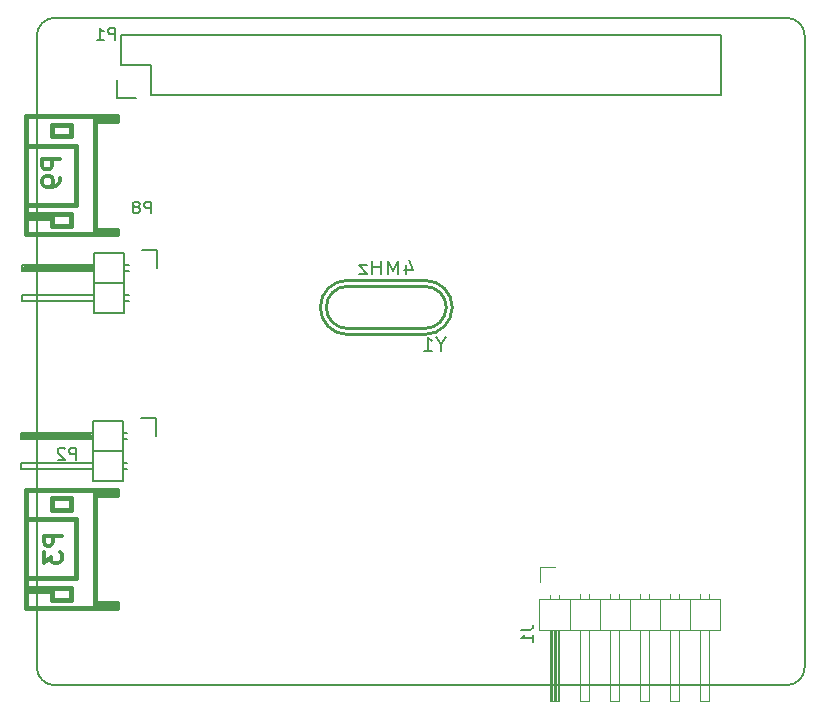
<source format=gbo>
G04 #@! TF.FileFunction,Legend,Bot*
%FSLAX46Y46*%
G04 Gerber Fmt 4.6, Leading zero omitted, Abs format (unit mm)*
G04 Created by KiCad (PCBNEW 4.0.2+dfsg1-stable) date Mi 10 Jan 2018 14:32:24 CET*
%MOMM*%
G01*
G04 APERTURE LIST*
%ADD10C,0.100000*%
%ADD11C,0.150000*%
%ADD12C,0.254000*%
%ADD13C,0.381000*%
%ADD14C,0.120000*%
%ADD15C,0.152400*%
%ADD16C,0.304800*%
G04 APERTURE END LIST*
D10*
D11*
X129500000Y-71500000D02*
X191500000Y-71500000D01*
X128000000Y-126500000D02*
X128000000Y-73000000D01*
X191500000Y-128000000D02*
X129500000Y-128000000D01*
X193000000Y-73000000D02*
X193000000Y-126500000D01*
X129500000Y-71500000D02*
G75*
G03X128000000Y-73000000I0J-1500000D01*
G01*
X128000000Y-126500000D02*
G75*
G03X129500000Y-128000000I1500000J0D01*
G01*
X191500000Y-128000000D02*
G75*
G03X193000000Y-126500000I0J1500000D01*
G01*
X193000000Y-73000000D02*
G75*
G03X191500000Y-71500000I-1500000J0D01*
G01*
D12*
X163169600Y-96012000D02*
G75*
G02X160883600Y-98298000I-2286000J0D01*
G01*
X154279600Y-94234000D02*
X160883600Y-94234000D01*
X160883600Y-97790000D02*
X154279600Y-97790000D01*
X160883600Y-94234000D02*
G75*
G02X162661600Y-96012000I0J-1778000D01*
G01*
X162661600Y-96012000D02*
G75*
G02X160883600Y-97790000I-1778000J0D01*
G01*
X152501600Y-96012000D02*
G75*
G02X154279600Y-94234000I1778000J0D01*
G01*
X154279600Y-97790000D02*
G75*
G02X152501600Y-96012000I0J1778000D01*
G01*
X160883600Y-93726000D02*
G75*
G02X163169600Y-96012000I0J-2286000D01*
G01*
X160883600Y-93726000D02*
X154279600Y-93726000D01*
X154279600Y-98298000D02*
X160883600Y-98298000D01*
X151993600Y-96012000D02*
G75*
G02X154279600Y-93726000I2286000J0D01*
G01*
X154279600Y-98298000D02*
G75*
G02X151993600Y-96012000I0J2286000D01*
G01*
D13*
X129250440Y-88135460D02*
X127050800Y-88135460D01*
X127050800Y-88135460D02*
X127050800Y-88435180D01*
X127050800Y-88435180D02*
X129250440Y-88435180D01*
X131351020Y-82336640D02*
X131351020Y-87335360D01*
X127050800Y-89837260D02*
X127050800Y-79834740D01*
X132951220Y-89837260D02*
X132951220Y-79834740D01*
X131351020Y-82336640D02*
X127050800Y-82336640D01*
X131351020Y-87337900D02*
X127050800Y-87337900D01*
X129250440Y-81539080D02*
X130850640Y-81539080D01*
X129250440Y-80538320D02*
X129250440Y-81539080D01*
X130850640Y-80538320D02*
X129250440Y-80538320D01*
X130850640Y-81539080D02*
X130850640Y-80538320D01*
X130850640Y-89138760D02*
X130850640Y-88138000D01*
X130850640Y-88138000D02*
X129250440Y-88138000D01*
X129250440Y-88138000D02*
X129250440Y-89138760D01*
X129250440Y-89138760D02*
X130850640Y-89138760D01*
X134749540Y-80037940D02*
X132951220Y-80037940D01*
X134749540Y-89634060D02*
X132951220Y-89634060D01*
X127050800Y-79837280D02*
X134749540Y-79837280D01*
X134749540Y-79837280D02*
X134749540Y-80236060D01*
X134749540Y-80236060D02*
X132951220Y-80236060D01*
X132951220Y-89435940D02*
X134749540Y-89435940D01*
X134749540Y-89435940D02*
X134749540Y-89834720D01*
X134749540Y-89834720D02*
X127050800Y-89834720D01*
D11*
X185902600Y-72948800D02*
X135102600Y-72948800D01*
X137642600Y-78028800D02*
X185902600Y-78028800D01*
X185902600Y-72948800D02*
X185902600Y-78028800D01*
X135102600Y-72948800D02*
X135102600Y-75488800D01*
X136372600Y-78308800D02*
X134822600Y-78308800D01*
X135102600Y-75488800D02*
X137642600Y-75488800D01*
X137642600Y-75488800D02*
X137642600Y-78028800D01*
X134822600Y-78308800D02*
X134822600Y-76758800D01*
X138079000Y-105384000D02*
X138079000Y-106934000D01*
X136779000Y-105384000D02*
X138079000Y-105384000D01*
X132588000Y-106807000D02*
X126746000Y-106807000D01*
X126746000Y-106807000D02*
X126746000Y-107061000D01*
X126746000Y-107061000D02*
X132588000Y-107061000D01*
X132588000Y-107061000D02*
X132588000Y-106934000D01*
X132588000Y-106934000D02*
X126746000Y-106934000D01*
X135255000Y-106680000D02*
X135636000Y-106680000D01*
X135255000Y-107188000D02*
X135636000Y-107188000D01*
X135255000Y-109220000D02*
X135636000Y-109220000D01*
X135255000Y-109728000D02*
X135636000Y-109728000D01*
X135255000Y-105664000D02*
X132715000Y-105664000D01*
X135255000Y-108204000D02*
X132715000Y-108204000D01*
X135255000Y-108204000D02*
X135255000Y-110744000D01*
X135255000Y-110744000D02*
X132715000Y-110744000D01*
X132715000Y-109220000D02*
X126619000Y-109220000D01*
X126619000Y-109220000D02*
X126619000Y-109728000D01*
X126619000Y-109728000D02*
X132715000Y-109728000D01*
X132715000Y-110744000D02*
X132715000Y-108204000D01*
X132715000Y-108204000D02*
X132715000Y-105664000D01*
X126619000Y-107188000D02*
X132715000Y-107188000D01*
X126619000Y-106680000D02*
X126619000Y-107188000D01*
X132715000Y-106680000D02*
X126619000Y-106680000D01*
X135255000Y-108204000D02*
X132715000Y-108204000D01*
X135255000Y-105664000D02*
X135255000Y-108204000D01*
X138206000Y-91160000D02*
X138206000Y-92710000D01*
X136906000Y-91160000D02*
X138206000Y-91160000D01*
X132715000Y-92583000D02*
X126873000Y-92583000D01*
X126873000Y-92583000D02*
X126873000Y-92837000D01*
X126873000Y-92837000D02*
X132715000Y-92837000D01*
X132715000Y-92837000D02*
X132715000Y-92710000D01*
X132715000Y-92710000D02*
X126873000Y-92710000D01*
X135382000Y-92456000D02*
X135763000Y-92456000D01*
X135382000Y-92964000D02*
X135763000Y-92964000D01*
X135382000Y-94996000D02*
X135763000Y-94996000D01*
X135382000Y-95504000D02*
X135763000Y-95504000D01*
X135382000Y-91440000D02*
X132842000Y-91440000D01*
X135382000Y-93980000D02*
X132842000Y-93980000D01*
X135382000Y-93980000D02*
X135382000Y-96520000D01*
X135382000Y-96520000D02*
X132842000Y-96520000D01*
X132842000Y-94996000D02*
X126746000Y-94996000D01*
X126746000Y-94996000D02*
X126746000Y-95504000D01*
X126746000Y-95504000D02*
X132842000Y-95504000D01*
X132842000Y-96520000D02*
X132842000Y-93980000D01*
X132842000Y-93980000D02*
X132842000Y-91440000D01*
X126746000Y-92964000D02*
X132842000Y-92964000D01*
X126746000Y-92456000D02*
X126746000Y-92964000D01*
X132842000Y-92456000D02*
X126746000Y-92456000D01*
X135382000Y-93980000D02*
X132842000Y-93980000D01*
X135382000Y-91440000D02*
X135382000Y-93980000D01*
D14*
X170501000Y-120693000D02*
X185861000Y-120693000D01*
X185861000Y-120693000D02*
X185861000Y-123353000D01*
X185861000Y-123353000D02*
X170501000Y-123353000D01*
X170501000Y-123353000D02*
X170501000Y-120693000D01*
X171451000Y-123353000D02*
X171451000Y-129353000D01*
X171451000Y-129353000D02*
X172211000Y-129353000D01*
X172211000Y-129353000D02*
X172211000Y-123353000D01*
X171511000Y-123353000D02*
X171511000Y-129353000D01*
X171631000Y-123353000D02*
X171631000Y-129353000D01*
X171751000Y-123353000D02*
X171751000Y-129353000D01*
X171871000Y-123353000D02*
X171871000Y-129353000D01*
X171991000Y-123353000D02*
X171991000Y-129353000D01*
X172111000Y-123353000D02*
X172111000Y-129353000D01*
X171451000Y-120363000D02*
X171451000Y-120693000D01*
X172211000Y-120363000D02*
X172211000Y-120693000D01*
X173101000Y-120693000D02*
X173101000Y-123353000D01*
X173991000Y-123353000D02*
X173991000Y-129353000D01*
X173991000Y-129353000D02*
X174751000Y-129353000D01*
X174751000Y-129353000D02*
X174751000Y-123353000D01*
X173991000Y-120295929D02*
X173991000Y-120693000D01*
X174751000Y-120295929D02*
X174751000Y-120693000D01*
X175641000Y-120693000D02*
X175641000Y-123353000D01*
X176531000Y-123353000D02*
X176531000Y-129353000D01*
X176531000Y-129353000D02*
X177291000Y-129353000D01*
X177291000Y-129353000D02*
X177291000Y-123353000D01*
X176531000Y-120295929D02*
X176531000Y-120693000D01*
X177291000Y-120295929D02*
X177291000Y-120693000D01*
X178181000Y-120693000D02*
X178181000Y-123353000D01*
X179071000Y-123353000D02*
X179071000Y-129353000D01*
X179071000Y-129353000D02*
X179831000Y-129353000D01*
X179831000Y-129353000D02*
X179831000Y-123353000D01*
X179071000Y-120295929D02*
X179071000Y-120693000D01*
X179831000Y-120295929D02*
X179831000Y-120693000D01*
X180721000Y-120693000D02*
X180721000Y-123353000D01*
X181611000Y-123353000D02*
X181611000Y-129353000D01*
X181611000Y-129353000D02*
X182371000Y-129353000D01*
X182371000Y-129353000D02*
X182371000Y-123353000D01*
X181611000Y-120295929D02*
X181611000Y-120693000D01*
X182371000Y-120295929D02*
X182371000Y-120693000D01*
X183261000Y-120693000D02*
X183261000Y-123353000D01*
X184151000Y-123353000D02*
X184151000Y-129353000D01*
X184151000Y-129353000D02*
X184911000Y-129353000D01*
X184911000Y-129353000D02*
X184911000Y-123353000D01*
X184151000Y-120295929D02*
X184151000Y-120693000D01*
X184911000Y-120295929D02*
X184911000Y-120693000D01*
X171831000Y-117983000D02*
X170561000Y-117983000D01*
X170561000Y-117983000D02*
X170561000Y-119253000D01*
D13*
X129250440Y-119758460D02*
X127050800Y-119758460D01*
X127050800Y-119758460D02*
X127050800Y-120058180D01*
X127050800Y-120058180D02*
X129250440Y-120058180D01*
X131351020Y-113959640D02*
X131351020Y-118958360D01*
X127050800Y-121460260D02*
X127050800Y-111457740D01*
X132951220Y-121460260D02*
X132951220Y-111457740D01*
X131351020Y-113959640D02*
X127050800Y-113959640D01*
X131351020Y-118960900D02*
X127050800Y-118960900D01*
X129250440Y-113162080D02*
X130850640Y-113162080D01*
X129250440Y-112161320D02*
X129250440Y-113162080D01*
X130850640Y-112161320D02*
X129250440Y-112161320D01*
X130850640Y-113162080D02*
X130850640Y-112161320D01*
X130850640Y-120761760D02*
X130850640Y-119761000D01*
X130850640Y-119761000D02*
X129250440Y-119761000D01*
X129250440Y-119761000D02*
X129250440Y-120761760D01*
X129250440Y-120761760D02*
X130850640Y-120761760D01*
X134749540Y-111660940D02*
X132951220Y-111660940D01*
X134749540Y-121257060D02*
X132951220Y-121257060D01*
X127050800Y-111460280D02*
X134749540Y-111460280D01*
X134749540Y-111460280D02*
X134749540Y-111859060D01*
X134749540Y-111859060D02*
X132951220Y-111859060D01*
X132951220Y-121058940D02*
X134749540Y-121058940D01*
X134749540Y-121058940D02*
X134749540Y-121457720D01*
X134749540Y-121457720D02*
X127050800Y-121457720D01*
D15*
X162250361Y-99134386D02*
X162250361Y-99678671D01*
X162673695Y-98535671D02*
X162250361Y-99134386D01*
X161827028Y-98535671D01*
X160738457Y-99678671D02*
X161464171Y-99678671D01*
X161101314Y-99678671D02*
X161101314Y-98535671D01*
X161222266Y-98698957D01*
X161343219Y-98807814D01*
X161464171Y-98862243D01*
X159244695Y-92465071D02*
X159244695Y-93227071D01*
X159547076Y-92029643D02*
X159849457Y-92846071D01*
X159063267Y-92846071D01*
X158579457Y-93227071D02*
X158579457Y-92084071D01*
X158156124Y-92900500D01*
X157732790Y-92084071D01*
X157732790Y-93227071D01*
X157128028Y-93227071D02*
X157128028Y-92084071D01*
X157128028Y-92628357D02*
X156402314Y-92628357D01*
X156402314Y-93227071D02*
X156402314Y-92084071D01*
X155918504Y-92465071D02*
X155253266Y-92465071D01*
X155918504Y-93227071D01*
X155253266Y-93227071D01*
D16*
X129975429Y-83457143D02*
X128451429Y-83457143D01*
X128451429Y-84037715D01*
X128524000Y-84182857D01*
X128596571Y-84255429D01*
X128741714Y-84328000D01*
X128959429Y-84328000D01*
X129104571Y-84255429D01*
X129177143Y-84182857D01*
X129249714Y-84037715D01*
X129249714Y-83457143D01*
X129975429Y-85053715D02*
X129975429Y-85344000D01*
X129902857Y-85489143D01*
X129830286Y-85561715D01*
X129612571Y-85706857D01*
X129322286Y-85779429D01*
X128741714Y-85779429D01*
X128596571Y-85706857D01*
X128524000Y-85634286D01*
X128451429Y-85489143D01*
X128451429Y-85198857D01*
X128524000Y-85053715D01*
X128596571Y-84981143D01*
X128741714Y-84908572D01*
X129104571Y-84908572D01*
X129249714Y-84981143D01*
X129322286Y-85053715D01*
X129394857Y-85198857D01*
X129394857Y-85489143D01*
X129322286Y-85634286D01*
X129249714Y-85706857D01*
X129104571Y-85779429D01*
D11*
X134596095Y-73350381D02*
X134596095Y-72350381D01*
X134215142Y-72350381D01*
X134119904Y-72398000D01*
X134072285Y-72445619D01*
X134024666Y-72540857D01*
X134024666Y-72683714D01*
X134072285Y-72778952D01*
X134119904Y-72826571D01*
X134215142Y-72874190D01*
X134596095Y-72874190D01*
X133072285Y-73350381D02*
X133643714Y-73350381D01*
X133358000Y-73350381D02*
X133358000Y-72350381D01*
X133453238Y-72493238D01*
X133548476Y-72588476D01*
X133643714Y-72636095D01*
X131294095Y-108910381D02*
X131294095Y-107910381D01*
X130913142Y-107910381D01*
X130817904Y-107958000D01*
X130770285Y-108005619D01*
X130722666Y-108100857D01*
X130722666Y-108243714D01*
X130770285Y-108338952D01*
X130817904Y-108386571D01*
X130913142Y-108434190D01*
X131294095Y-108434190D01*
X130341714Y-108005619D02*
X130294095Y-107958000D01*
X130198857Y-107910381D01*
X129960761Y-107910381D01*
X129865523Y-107958000D01*
X129817904Y-108005619D01*
X129770285Y-108100857D01*
X129770285Y-108196095D01*
X129817904Y-108338952D01*
X130389333Y-108910381D01*
X129770285Y-108910381D01*
X137644095Y-88062381D02*
X137644095Y-87062381D01*
X137263142Y-87062381D01*
X137167904Y-87110000D01*
X137120285Y-87157619D01*
X137072666Y-87252857D01*
X137072666Y-87395714D01*
X137120285Y-87490952D01*
X137167904Y-87538571D01*
X137263142Y-87586190D01*
X137644095Y-87586190D01*
X136501238Y-87490952D02*
X136596476Y-87443333D01*
X136644095Y-87395714D01*
X136691714Y-87300476D01*
X136691714Y-87252857D01*
X136644095Y-87157619D01*
X136596476Y-87110000D01*
X136501238Y-87062381D01*
X136310761Y-87062381D01*
X136215523Y-87110000D01*
X136167904Y-87157619D01*
X136120285Y-87252857D01*
X136120285Y-87300476D01*
X136167904Y-87395714D01*
X136215523Y-87443333D01*
X136310761Y-87490952D01*
X136501238Y-87490952D01*
X136596476Y-87538571D01*
X136644095Y-87586190D01*
X136691714Y-87681429D01*
X136691714Y-87871905D01*
X136644095Y-87967143D01*
X136596476Y-88014762D01*
X136501238Y-88062381D01*
X136310761Y-88062381D01*
X136215523Y-88014762D01*
X136167904Y-87967143D01*
X136120285Y-87871905D01*
X136120285Y-87681429D01*
X136167904Y-87586190D01*
X136215523Y-87538571D01*
X136310761Y-87490952D01*
X169013381Y-123304667D02*
X169727667Y-123304667D01*
X169870524Y-123257047D01*
X169965762Y-123161809D01*
X170013381Y-123018952D01*
X170013381Y-122923714D01*
X170013381Y-124304667D02*
X170013381Y-123733238D01*
X170013381Y-124018952D02*
X169013381Y-124018952D01*
X169156238Y-123923714D01*
X169251476Y-123828476D01*
X169299095Y-123733238D01*
D16*
X130102429Y-115334143D02*
X128578429Y-115334143D01*
X128578429Y-115914715D01*
X128651000Y-116059857D01*
X128723571Y-116132429D01*
X128868714Y-116205000D01*
X129086429Y-116205000D01*
X129231571Y-116132429D01*
X129304143Y-116059857D01*
X129376714Y-115914715D01*
X129376714Y-115334143D01*
X128578429Y-116713000D02*
X128578429Y-117656429D01*
X129159000Y-117148429D01*
X129159000Y-117366143D01*
X129231571Y-117511286D01*
X129304143Y-117583857D01*
X129449286Y-117656429D01*
X129812143Y-117656429D01*
X129957286Y-117583857D01*
X130029857Y-117511286D01*
X130102429Y-117366143D01*
X130102429Y-116930715D01*
X130029857Y-116785572D01*
X129957286Y-116713000D01*
M02*

</source>
